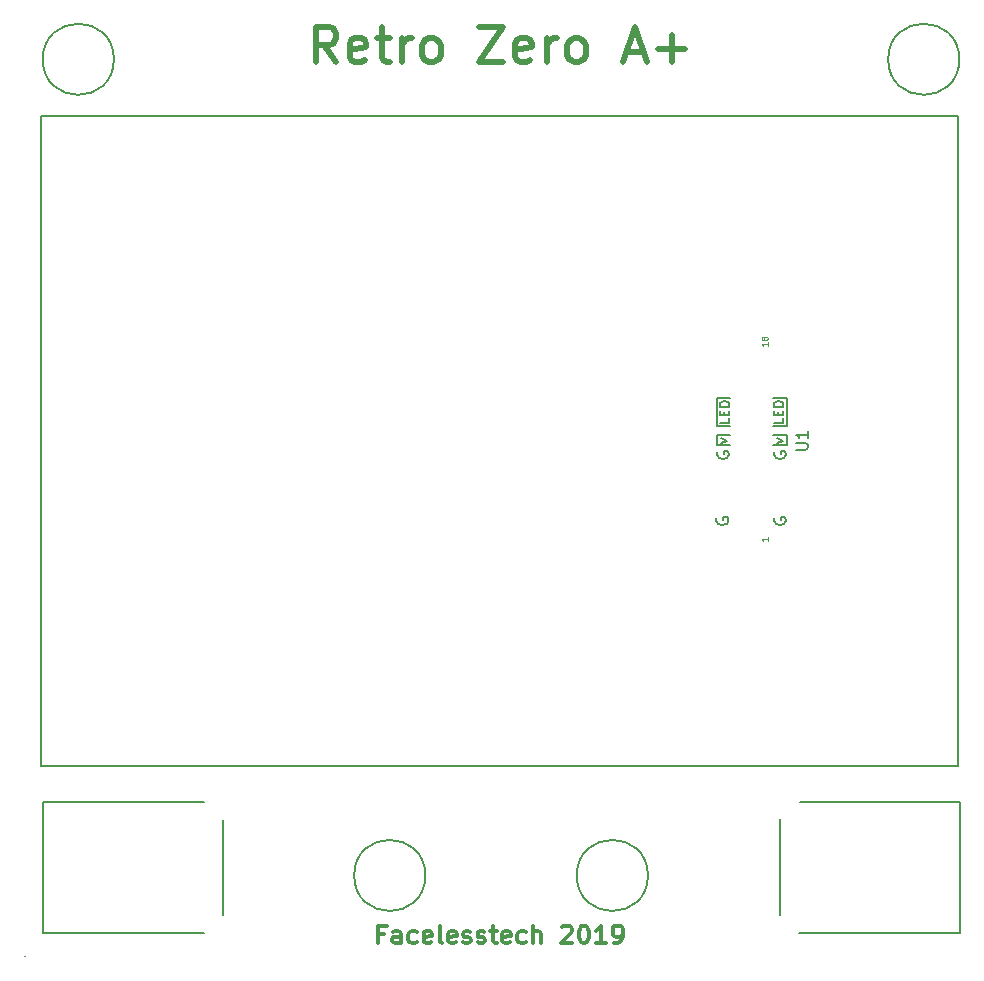
<source format=gbr>
G04 #@! TF.GenerationSoftware,KiCad,Pcbnew,5.0.2+dfsg1-1~bpo9+1*
G04 #@! TF.CreationDate,2019-08-11T15:23:53+01:00*
G04 #@! TF.ProjectId,retro_zero+a_screen,72657472-6f5f-47a6-9572-6f2b615f7363,rev?*
G04 #@! TF.SameCoordinates,Original*
G04 #@! TF.FileFunction,Legend,Top*
G04 #@! TF.FilePolarity,Positive*
%FSLAX46Y46*%
G04 Gerber Fmt 4.6, Leading zero omitted, Abs format (unit mm)*
G04 Created by KiCad (PCBNEW 5.0.2+dfsg1-1~bpo9+1) date Sun 11 Aug 2019 15:23:53 BST*
%MOMM*%
%LPD*%
G01*
G04 APERTURE LIST*
%ADD10C,0.300000*%
%ADD11C,0.500000*%
%ADD12C,0.200000*%
%ADD13C,0.150000*%
%ADD14C,0.125000*%
G04 APERTURE END LIST*
D10*
X137130271Y-118142557D02*
X136630271Y-118142557D01*
X136630271Y-118928271D02*
X136630271Y-117428271D01*
X137344557Y-117428271D01*
X138558842Y-118928271D02*
X138558842Y-118142557D01*
X138487414Y-117999700D01*
X138344557Y-117928271D01*
X138058842Y-117928271D01*
X137915985Y-117999700D01*
X138558842Y-118856842D02*
X138415985Y-118928271D01*
X138058842Y-118928271D01*
X137915985Y-118856842D01*
X137844557Y-118713985D01*
X137844557Y-118571128D01*
X137915985Y-118428271D01*
X138058842Y-118356842D01*
X138415985Y-118356842D01*
X138558842Y-118285414D01*
X139915985Y-118856842D02*
X139773128Y-118928271D01*
X139487414Y-118928271D01*
X139344557Y-118856842D01*
X139273128Y-118785414D01*
X139201700Y-118642557D01*
X139201700Y-118213985D01*
X139273128Y-118071128D01*
X139344557Y-117999700D01*
X139487414Y-117928271D01*
X139773128Y-117928271D01*
X139915985Y-117999700D01*
X141130271Y-118856842D02*
X140987414Y-118928271D01*
X140701700Y-118928271D01*
X140558842Y-118856842D01*
X140487414Y-118713985D01*
X140487414Y-118142557D01*
X140558842Y-117999700D01*
X140701700Y-117928271D01*
X140987414Y-117928271D01*
X141130271Y-117999700D01*
X141201700Y-118142557D01*
X141201700Y-118285414D01*
X140487414Y-118428271D01*
X142058842Y-118928271D02*
X141915985Y-118856842D01*
X141844557Y-118713985D01*
X141844557Y-117428271D01*
X143201700Y-118856842D02*
X143058842Y-118928271D01*
X142773128Y-118928271D01*
X142630271Y-118856842D01*
X142558842Y-118713985D01*
X142558842Y-118142557D01*
X142630271Y-117999700D01*
X142773128Y-117928271D01*
X143058842Y-117928271D01*
X143201700Y-117999700D01*
X143273128Y-118142557D01*
X143273128Y-118285414D01*
X142558842Y-118428271D01*
X143844557Y-118856842D02*
X143987414Y-118928271D01*
X144273128Y-118928271D01*
X144415985Y-118856842D01*
X144487414Y-118713985D01*
X144487414Y-118642557D01*
X144415985Y-118499700D01*
X144273128Y-118428271D01*
X144058842Y-118428271D01*
X143915985Y-118356842D01*
X143844557Y-118213985D01*
X143844557Y-118142557D01*
X143915985Y-117999700D01*
X144058842Y-117928271D01*
X144273128Y-117928271D01*
X144415985Y-117999700D01*
X145058842Y-118856842D02*
X145201700Y-118928271D01*
X145487414Y-118928271D01*
X145630271Y-118856842D01*
X145701700Y-118713985D01*
X145701700Y-118642557D01*
X145630271Y-118499700D01*
X145487414Y-118428271D01*
X145273128Y-118428271D01*
X145130271Y-118356842D01*
X145058842Y-118213985D01*
X145058842Y-118142557D01*
X145130271Y-117999700D01*
X145273128Y-117928271D01*
X145487414Y-117928271D01*
X145630271Y-117999700D01*
X146130271Y-117928271D02*
X146701700Y-117928271D01*
X146344557Y-117428271D02*
X146344557Y-118713985D01*
X146415985Y-118856842D01*
X146558842Y-118928271D01*
X146701700Y-118928271D01*
X147773128Y-118856842D02*
X147630271Y-118928271D01*
X147344557Y-118928271D01*
X147201700Y-118856842D01*
X147130271Y-118713985D01*
X147130271Y-118142557D01*
X147201700Y-117999700D01*
X147344557Y-117928271D01*
X147630271Y-117928271D01*
X147773128Y-117999700D01*
X147844557Y-118142557D01*
X147844557Y-118285414D01*
X147130271Y-118428271D01*
X149130271Y-118856842D02*
X148987414Y-118928271D01*
X148701700Y-118928271D01*
X148558842Y-118856842D01*
X148487414Y-118785414D01*
X148415985Y-118642557D01*
X148415985Y-118213985D01*
X148487414Y-118071128D01*
X148558842Y-117999700D01*
X148701700Y-117928271D01*
X148987414Y-117928271D01*
X149130271Y-117999700D01*
X149773128Y-118928271D02*
X149773128Y-117428271D01*
X150415985Y-118928271D02*
X150415985Y-118142557D01*
X150344557Y-117999700D01*
X150201700Y-117928271D01*
X149987414Y-117928271D01*
X149844557Y-117999700D01*
X149773128Y-118071128D01*
X152201700Y-117571128D02*
X152273128Y-117499700D01*
X152415985Y-117428271D01*
X152773128Y-117428271D01*
X152915985Y-117499700D01*
X152987414Y-117571128D01*
X153058842Y-117713985D01*
X153058842Y-117856842D01*
X152987414Y-118071128D01*
X152130271Y-118928271D01*
X153058842Y-118928271D01*
X153987414Y-117428271D02*
X154130271Y-117428271D01*
X154273128Y-117499700D01*
X154344557Y-117571128D01*
X154415985Y-117713985D01*
X154487414Y-117999700D01*
X154487414Y-118356842D01*
X154415985Y-118642557D01*
X154344557Y-118785414D01*
X154273128Y-118856842D01*
X154130271Y-118928271D01*
X153987414Y-118928271D01*
X153844557Y-118856842D01*
X153773128Y-118785414D01*
X153701700Y-118642557D01*
X153630271Y-118356842D01*
X153630271Y-117999700D01*
X153701700Y-117713985D01*
X153773128Y-117571128D01*
X153844557Y-117499700D01*
X153987414Y-117428271D01*
X155915985Y-118928271D02*
X155058842Y-118928271D01*
X155487414Y-118928271D02*
X155487414Y-117428271D01*
X155344557Y-117642557D01*
X155201700Y-117785414D01*
X155058842Y-117856842D01*
X156630271Y-118928271D02*
X156915985Y-118928271D01*
X157058842Y-118856842D01*
X157130271Y-118785414D01*
X157273128Y-118571128D01*
X157344557Y-118285414D01*
X157344557Y-117713985D01*
X157273128Y-117571128D01*
X157201700Y-117499700D01*
X157058842Y-117428271D01*
X156773128Y-117428271D01*
X156630271Y-117499700D01*
X156558842Y-117571128D01*
X156487414Y-117713985D01*
X156487414Y-118071128D01*
X156558842Y-118213985D01*
X156630271Y-118285414D01*
X156773128Y-118356842D01*
X157058842Y-118356842D01*
X157201700Y-118285414D01*
X157273128Y-118213985D01*
X157344557Y-118071128D01*
D11*
X133073928Y-44321242D02*
X132073928Y-42892671D01*
X131359642Y-44321242D02*
X131359642Y-41321242D01*
X132502499Y-41321242D01*
X132788214Y-41464100D01*
X132931071Y-41606957D01*
X133073928Y-41892671D01*
X133073928Y-42321242D01*
X132931071Y-42606957D01*
X132788214Y-42749814D01*
X132502499Y-42892671D01*
X131359642Y-42892671D01*
X135502500Y-44178385D02*
X135216785Y-44321242D01*
X134645357Y-44321242D01*
X134359642Y-44178385D01*
X134216785Y-43892671D01*
X134216785Y-42749814D01*
X134359642Y-42464100D01*
X134645357Y-42321242D01*
X135216785Y-42321242D01*
X135502500Y-42464100D01*
X135645357Y-42749814D01*
X135645357Y-43035528D01*
X134216785Y-43321242D01*
X136502500Y-42321242D02*
X137645357Y-42321242D01*
X136931071Y-41321242D02*
X136931071Y-43892671D01*
X137073928Y-44178385D01*
X137359642Y-44321242D01*
X137645357Y-44321242D01*
X138645357Y-44321242D02*
X138645357Y-42321242D01*
X138645357Y-42892671D02*
X138788214Y-42606957D01*
X138931071Y-42464100D01*
X139216785Y-42321242D01*
X139502500Y-42321242D01*
X140931071Y-44321242D02*
X140645357Y-44178385D01*
X140502500Y-44035528D01*
X140359642Y-43749814D01*
X140359642Y-42892671D01*
X140502500Y-42606957D01*
X140645357Y-42464100D01*
X140931071Y-42321242D01*
X141359642Y-42321242D01*
X141645357Y-42464100D01*
X141788214Y-42606957D01*
X141931071Y-42892671D01*
X141931071Y-43749814D01*
X141788214Y-44035528D01*
X141645357Y-44178385D01*
X141359642Y-44321242D01*
X140931071Y-44321242D01*
X145216785Y-41321242D02*
X147216785Y-41321242D01*
X145216785Y-44321242D01*
X147216785Y-44321242D01*
X149502500Y-44178385D02*
X149216785Y-44321242D01*
X148645357Y-44321242D01*
X148359642Y-44178385D01*
X148216785Y-43892671D01*
X148216785Y-42749814D01*
X148359642Y-42464100D01*
X148645357Y-42321242D01*
X149216785Y-42321242D01*
X149502500Y-42464100D01*
X149645357Y-42749814D01*
X149645357Y-43035528D01*
X148216785Y-43321242D01*
X150931071Y-44321242D02*
X150931071Y-42321242D01*
X150931071Y-42892671D02*
X151073928Y-42606957D01*
X151216785Y-42464100D01*
X151502500Y-42321242D01*
X151788214Y-42321242D01*
X153216785Y-44321242D02*
X152931071Y-44178385D01*
X152788214Y-44035528D01*
X152645357Y-43749814D01*
X152645357Y-42892671D01*
X152788214Y-42606957D01*
X152931071Y-42464100D01*
X153216785Y-42321242D01*
X153645357Y-42321242D01*
X153931071Y-42464100D01*
X154073928Y-42606957D01*
X154216785Y-42892671D01*
X154216785Y-43749814D01*
X154073928Y-44035528D01*
X153931071Y-44178385D01*
X153645357Y-44321242D01*
X153216785Y-44321242D01*
X157645357Y-43464100D02*
X159073928Y-43464100D01*
X157359642Y-44321242D02*
X158359642Y-41321242D01*
X159359642Y-44321242D01*
X160359642Y-43178385D02*
X162645357Y-43178385D01*
X161502500Y-44321242D02*
X161502500Y-42035528D01*
D12*
X106705400Y-120040400D02*
X106718100Y-120040400D01*
D13*
G04 #@! TO.C,U1*
X170078400Y-75933300D02*
X171221400Y-75933300D01*
X171221400Y-75933300D02*
X171221400Y-76758800D01*
X171221400Y-76758800D02*
X170078400Y-76758800D01*
X166395400Y-75171300D02*
X165315900Y-75171300D01*
X165315900Y-75933300D02*
X165315900Y-76758800D01*
X166395400Y-75933300D02*
X165315900Y-75933300D01*
X165315900Y-76758800D02*
X166395400Y-76758800D01*
X166395400Y-72758300D02*
X165315900Y-72758300D01*
X165315900Y-72758300D02*
X165315900Y-75171300D01*
X170078400Y-75171300D02*
X171221400Y-75171300D01*
X171221400Y-75171300D02*
X171221400Y-72758300D01*
X171221400Y-72758300D02*
X170078400Y-72758300D01*
X185724800Y-48869600D02*
X185724800Y-103886000D01*
X185724800Y-48869600D02*
X108115100Y-48869600D01*
X108115100Y-48869600D02*
X108127800Y-48869600D01*
X185724800Y-103886000D02*
X108115100Y-103886000D01*
X108115100Y-48869600D02*
X108115100Y-103886000D01*
G04 #@! TO.C,LS1*
X108280200Y-118046500D02*
X108280200Y-106946700D01*
X121869200Y-118046500D02*
X109804200Y-118046500D01*
X109829600Y-118046500D02*
X108280200Y-118046500D01*
X109829600Y-106946700D02*
X108280200Y-106946700D01*
X121907300Y-106946700D02*
X109842300Y-106946700D01*
X123482100Y-116547900D02*
X123482100Y-108458000D01*
G04 #@! TO.C,LS2*
X170700700Y-108445300D02*
X170700700Y-116535200D01*
X172275500Y-118046500D02*
X184340500Y-118046500D01*
X184353200Y-118046500D02*
X185902600Y-118046500D01*
X184353200Y-106946700D02*
X185902600Y-106946700D01*
X172313600Y-106946700D02*
X184378600Y-106946700D01*
X185902600Y-106946700D02*
X185902600Y-118046500D01*
G04 #@! TO.C,U5*
X185841269Y-44081700D02*
G75*
G03X185841269Y-44081700I-3012069J0D01*
G01*
G04 #@! TO.C,U6*
X114264069Y-44081700D02*
G75*
G03X114264069Y-44081700I-3012069J0D01*
G01*
G04 #@! TO.C,U7*
X140629269Y-113182400D02*
G75*
G03X140629269Y-113182400I-3012069J0D01*
G01*
G04 #@! TO.C,U8*
X159476069Y-113182400D02*
G75*
G03X159476069Y-113182400I-3012069J0D01*
G01*
G04 #@! TO.C,U1*
X172007280Y-77139704D02*
X172816804Y-77139704D01*
X172912042Y-77092085D01*
X172959661Y-77044466D01*
X173007280Y-76949228D01*
X173007280Y-76758752D01*
X172959661Y-76663514D01*
X172912042Y-76615895D01*
X172816804Y-76568276D01*
X172007280Y-76568276D01*
X173007280Y-75568276D02*
X173007280Y-76139704D01*
X173007280Y-75853990D02*
X172007280Y-75853990D01*
X172150138Y-75949228D01*
X172245376Y-76044466D01*
X172292995Y-76139704D01*
D14*
X169606090Y-84566142D02*
X169606090Y-84851857D01*
X169606090Y-84709000D02*
X169106090Y-84709000D01*
X169177519Y-84756619D01*
X169225138Y-84804238D01*
X169248947Y-84851857D01*
X169606090Y-68040238D02*
X169606090Y-68325952D01*
X169606090Y-68183095D02*
X169106090Y-68183095D01*
X169177519Y-68230714D01*
X169225138Y-68278333D01*
X169248947Y-68325952D01*
X169320376Y-67754523D02*
X169296566Y-67802142D01*
X169272757Y-67825952D01*
X169225138Y-67849761D01*
X169201328Y-67849761D01*
X169153709Y-67825952D01*
X169129900Y-67802142D01*
X169106090Y-67754523D01*
X169106090Y-67659285D01*
X169129900Y-67611666D01*
X169153709Y-67587857D01*
X169201328Y-67564047D01*
X169225138Y-67564047D01*
X169272757Y-67587857D01*
X169296566Y-67611666D01*
X169320376Y-67659285D01*
X169320376Y-67754523D01*
X169344185Y-67802142D01*
X169367995Y-67825952D01*
X169415614Y-67849761D01*
X169510852Y-67849761D01*
X169558471Y-67825952D01*
X169582280Y-67802142D01*
X169606090Y-67754523D01*
X169606090Y-67659285D01*
X169582280Y-67611666D01*
X169558471Y-67587857D01*
X169510852Y-67564047D01*
X169415614Y-67564047D01*
X169367995Y-67587857D01*
X169344185Y-67611666D01*
X169320376Y-67659285D01*
D13*
X165652471Y-76568276D02*
X166185804Y-76377800D01*
X165652471Y-76187323D01*
X166376304Y-74479085D02*
X166376304Y-74860038D01*
X165576304Y-74860038D01*
X165957257Y-74212419D02*
X165957257Y-73945752D01*
X166376304Y-73831466D02*
X166376304Y-74212419D01*
X165576304Y-74212419D01*
X165576304Y-73831466D01*
X166376304Y-73488609D02*
X165576304Y-73488609D01*
X165576304Y-73298133D01*
X165614400Y-73183847D01*
X165690590Y-73107657D01*
X165766780Y-73069561D01*
X165919161Y-73031466D01*
X166033447Y-73031466D01*
X166185828Y-73069561D01*
X166262019Y-73107657D01*
X166338209Y-73183847D01*
X166376304Y-73298133D01*
X166376304Y-73488609D01*
X170948304Y-74479085D02*
X170948304Y-74860038D01*
X170148304Y-74860038D01*
X170529257Y-74212419D02*
X170529257Y-73945752D01*
X170948304Y-73831466D02*
X170948304Y-74212419D01*
X170148304Y-74212419D01*
X170148304Y-73831466D01*
X170948304Y-73488609D02*
X170148304Y-73488609D01*
X170148304Y-73298133D01*
X170186400Y-73183847D01*
X170262590Y-73107657D01*
X170338780Y-73069561D01*
X170491161Y-73031466D01*
X170605447Y-73031466D01*
X170757828Y-73069561D01*
X170834019Y-73107657D01*
X170910209Y-73183847D01*
X170948304Y-73298133D01*
X170948304Y-73488609D01*
X170414971Y-76568276D02*
X170948304Y-76377800D01*
X170414971Y-76187323D01*
X165387400Y-77322395D02*
X165339780Y-77417633D01*
X165339780Y-77560490D01*
X165387400Y-77703347D01*
X165482638Y-77798585D01*
X165577876Y-77846204D01*
X165768352Y-77893823D01*
X165911209Y-77893823D01*
X166101685Y-77846204D01*
X166196923Y-77798585D01*
X166292161Y-77703347D01*
X166339780Y-77560490D01*
X166339780Y-77465252D01*
X166292161Y-77322395D01*
X166244542Y-77274776D01*
X165911209Y-77274776D01*
X165911209Y-77465252D01*
X170213400Y-77322395D02*
X170165780Y-77417633D01*
X170165780Y-77560490D01*
X170213400Y-77703347D01*
X170308638Y-77798585D01*
X170403876Y-77846204D01*
X170594352Y-77893823D01*
X170737209Y-77893823D01*
X170927685Y-77846204D01*
X171022923Y-77798585D01*
X171118161Y-77703347D01*
X171165780Y-77560490D01*
X171165780Y-77465252D01*
X171118161Y-77322395D01*
X171070542Y-77274776D01*
X170737209Y-77274776D01*
X170737209Y-77465252D01*
X165323900Y-82910395D02*
X165276280Y-83005633D01*
X165276280Y-83148490D01*
X165323900Y-83291347D01*
X165419138Y-83386585D01*
X165514376Y-83434204D01*
X165704852Y-83481823D01*
X165847709Y-83481823D01*
X166038185Y-83434204D01*
X166133423Y-83386585D01*
X166228661Y-83291347D01*
X166276280Y-83148490D01*
X166276280Y-83053252D01*
X166228661Y-82910395D01*
X166181042Y-82862776D01*
X165847709Y-82862776D01*
X165847709Y-83053252D01*
X170213400Y-82910395D02*
X170165780Y-83005633D01*
X170165780Y-83148490D01*
X170213400Y-83291347D01*
X170308638Y-83386585D01*
X170403876Y-83434204D01*
X170594352Y-83481823D01*
X170737209Y-83481823D01*
X170927685Y-83434204D01*
X171022923Y-83386585D01*
X171118161Y-83291347D01*
X171165780Y-83148490D01*
X171165780Y-83053252D01*
X171118161Y-82910395D01*
X171070542Y-82862776D01*
X170737209Y-82862776D01*
X170737209Y-83053252D01*
G04 #@! TD*
M02*

</source>
